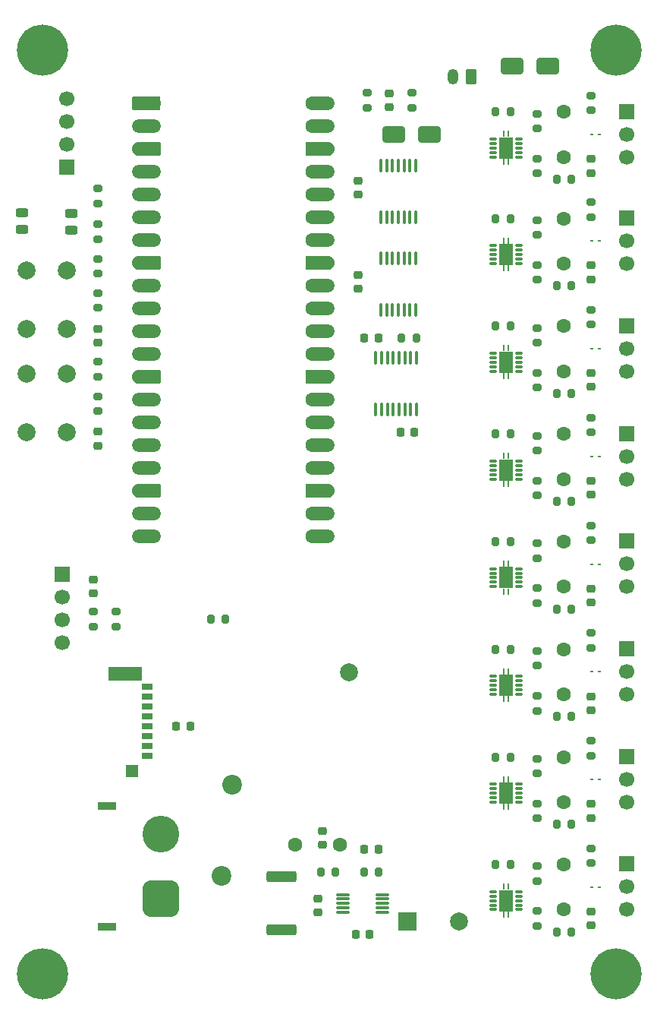
<source format=gbr>
%TF.GenerationSoftware,KiCad,Pcbnew,9.0.6*%
%TF.CreationDate,2025-11-30T21:04:56+01:00*%
%TF.ProjectId,controller,636f6e74-726f-46c6-9c65-722e6b696361,rev?*%
%TF.SameCoordinates,Original*%
%TF.FileFunction,Soldermask,Top*%
%TF.FilePolarity,Negative*%
%FSLAX46Y46*%
G04 Gerber Fmt 4.6, Leading zero omitted, Abs format (unit mm)*
G04 Created by KiCad (PCBNEW 9.0.6) date 2025-11-30 21:04:56*
%MOMM*%
%LPD*%
G01*
G04 APERTURE LIST*
G04 Aperture macros list*
%AMRoundRect*
0 Rectangle with rounded corners*
0 $1 Rounding radius*
0 $2 $3 $4 $5 $6 $7 $8 $9 X,Y pos of 4 corners*
0 Add a 4 corners polygon primitive as box body*
4,1,4,$2,$3,$4,$5,$6,$7,$8,$9,$2,$3,0*
0 Add four circle primitives for the rounded corners*
1,1,$1+$1,$2,$3*
1,1,$1+$1,$4,$5*
1,1,$1+$1,$6,$7*
1,1,$1+$1,$8,$9*
0 Add four rect primitives between the rounded corners*
20,1,$1+$1,$2,$3,$4,$5,0*
20,1,$1+$1,$4,$5,$6,$7,0*
20,1,$1+$1,$6,$7,$8,$9,0*
20,1,$1+$1,$8,$9,$2,$3,0*%
%AMFreePoly0*
4,1,37,0.800000,0.796148,0.878414,0.796148,1.032228,0.765552,1.177117,0.705537,1.307515,0.618408,1.418408,0.507515,1.505537,0.377117,1.565552,0.232228,1.596148,0.078414,1.596148,-0.078414,1.565552,-0.232228,1.505537,-0.377117,1.418408,-0.507515,1.307515,-0.618408,1.177117,-0.705537,1.032228,-0.765552,0.878414,-0.796148,0.800000,-0.796148,0.800000,-0.800000,-1.400000,-0.800000,
-1.403843,-0.796157,-1.439018,-0.796157,-1.511114,-0.766294,-1.566294,-0.711114,-1.596157,-0.639018,-1.596157,-0.603843,-1.600000,-0.600000,-1.600000,0.600000,-1.596157,0.603843,-1.596157,0.639018,-1.566294,0.711114,-1.511114,0.766294,-1.439018,0.796157,-1.403843,0.796157,-1.400000,0.800000,0.800000,0.800000,0.800000,0.796148,0.800000,0.796148,$1*%
%AMFreePoly1*
4,1,37,1.403843,0.796157,1.439018,0.796157,1.511114,0.766294,1.566294,0.711114,1.596157,0.639018,1.596157,0.603843,1.600000,0.600000,1.600000,-0.600000,1.596157,-0.603843,1.596157,-0.639018,1.566294,-0.711114,1.511114,-0.766294,1.439018,-0.796157,1.403843,-0.796157,1.400000,-0.800000,-0.800000,-0.800000,-0.800000,-0.796148,-0.878414,-0.796148,-1.032228,-0.765552,-1.177117,-0.705537,
-1.307515,-0.618408,-1.418408,-0.507515,-1.505537,-0.377117,-1.565552,-0.232228,-1.596148,-0.078414,-1.596148,0.078414,-1.565552,0.232228,-1.505537,0.377117,-1.418408,0.507515,-1.307515,0.618408,-1.177117,0.705537,-1.032228,0.765552,-0.878414,0.796148,-0.800000,0.796148,-0.800000,0.800000,1.400000,0.800000,1.403843,0.796157,1.403843,0.796157,$1*%
%AMFreePoly2*
4,1,37,0.603843,0.796157,0.639018,0.796157,0.711114,0.766294,0.766294,0.711114,0.796157,0.639018,0.796157,0.603843,0.800000,0.600000,0.800000,-0.600000,0.796157,-0.603843,0.796157,-0.639018,0.766294,-0.711114,0.711114,-0.766294,0.639018,-0.796157,0.603843,-0.796157,0.600000,-0.800000,0.000000,-0.800000,0.000000,-0.796148,-0.078414,-0.796148,-0.232228,-0.765552,-0.377117,-0.705537,
-0.507515,-0.618408,-0.618408,-0.507515,-0.705537,-0.377117,-0.765552,-0.232228,-0.796148,-0.078414,-0.796148,0.078414,-0.765552,0.232228,-0.705537,0.377117,-0.618408,0.507515,-0.507515,0.618408,-0.377117,0.705537,-0.232228,0.765552,-0.078414,0.796148,0.000000,0.796148,0.000000,0.800000,0.600000,0.800000,0.603843,0.796157,0.603843,0.796157,$1*%
%AMFreePoly3*
4,1,37,0.000000,0.796148,0.078414,0.796148,0.232228,0.765552,0.377117,0.705537,0.507515,0.618408,0.618408,0.507515,0.705537,0.377117,0.765552,0.232228,0.796148,0.078414,0.796148,-0.078414,0.765552,-0.232228,0.705537,-0.377117,0.618408,-0.507515,0.507515,-0.618408,0.377117,-0.705537,0.232228,-0.765552,0.078414,-0.796148,0.000000,-0.796148,0.000000,-0.800000,-0.600000,-0.800000,
-0.603843,-0.796157,-0.639018,-0.796157,-0.711114,-0.766294,-0.766294,-0.711114,-0.796157,-0.639018,-0.796157,-0.603843,-0.800000,-0.600000,-0.800000,0.600000,-0.796157,0.603843,-0.796157,0.639018,-0.766294,0.711114,-0.711114,0.766294,-0.639018,0.796157,-0.603843,0.796157,-0.600000,0.800000,0.000000,0.800000,0.000000,0.796148,0.000000,0.796148,$1*%
G04 Aperture macros list end*
%ADD10RoundRect,0.200000X-0.275000X0.200000X-0.275000X-0.200000X0.275000X-0.200000X0.275000X0.200000X0*%
%ADD11RoundRect,0.062500X-0.117500X-0.062500X0.117500X-0.062500X0.117500X0.062500X-0.117500X0.062500X0*%
%ADD12RoundRect,0.200000X-0.200000X-0.275000X0.200000X-0.275000X0.200000X0.275000X-0.200000X0.275000X0*%
%ADD13RoundRect,0.100000X0.100000X-0.637500X0.100000X0.637500X-0.100000X0.637500X-0.100000X-0.637500X0*%
%ADD14RoundRect,0.225000X-0.250000X0.225000X-0.250000X-0.225000X0.250000X-0.225000X0.250000X0.225000X0*%
%ADD15RoundRect,0.243750X0.456250X-0.243750X0.456250X0.243750X-0.456250X0.243750X-0.456250X-0.243750X0*%
%ADD16RoundRect,0.200000X0.275000X-0.200000X0.275000X0.200000X-0.275000X0.200000X-0.275000X-0.200000X0*%
%ADD17C,2.200000*%
%ADD18RoundRect,0.070000X-0.355000X-0.070000X0.355000X-0.070000X0.355000X0.070000X-0.355000X0.070000X0*%
%ADD19R,0.280000X0.700000*%
%ADD20R,1.650000X2.400000*%
%ADD21FreePoly0,0.000000*%
%ADD22RoundRect,0.200000X-0.600000X-0.600000X0.600000X-0.600000X0.600000X0.600000X-0.600000X0.600000X0*%
%ADD23RoundRect,0.800000X-0.800000X-0.000010X0.800000X-0.000010X0.800000X0.000010X-0.800000X0.000010X0*%
%ADD24C,1.600000*%
%ADD25FreePoly1,0.000000*%
%ADD26FreePoly2,0.000000*%
%ADD27FreePoly3,0.000000*%
%ADD28C,2.000000*%
%ADD29RoundRect,0.225000X0.225000X0.250000X-0.225000X0.250000X-0.225000X-0.250000X0.225000X-0.250000X0*%
%ADD30R,1.700000X1.700000*%
%ADD31C,1.700000*%
%ADD32RoundRect,0.225000X0.250000X-0.225000X0.250000X0.225000X-0.250000X0.225000X-0.250000X-0.225000X0*%
%ADD33RoundRect,0.250000X-1.000000X-0.650000X1.000000X-0.650000X1.000000X0.650000X-1.000000X0.650000X0*%
%ADD34R,1.200000X0.700000*%
%ADD35R,3.800000X1.500000*%
%ADD36R,1.400000X1.450000*%
%ADD37RoundRect,0.100000X-0.100000X0.637500X-0.100000X-0.637500X0.100000X-0.637500X0.100000X0.637500X0*%
%ADD38RoundRect,0.225000X-0.225000X-0.250000X0.225000X-0.250000X0.225000X0.250000X-0.225000X0.250000X0*%
%ADD39R,2.000000X2.000000*%
%ADD40C,3.600000*%
%ADD41C,5.700000*%
%ADD42RoundRect,0.200000X0.200000X0.275000X-0.200000X0.275000X-0.200000X-0.275000X0.200000X-0.275000X0*%
%ADD43R,2.000000X0.900000*%
%ADD44RoundRect,1.025000X1.025000X-1.025000X1.025000X1.025000X-1.025000X1.025000X-1.025000X-1.025000X0*%
%ADD45C,4.100000*%
%ADD46RoundRect,0.250000X1.425000X-0.362500X1.425000X0.362500X-1.425000X0.362500X-1.425000X-0.362500X0*%
%ADD47RoundRect,0.250000X0.350000X0.625000X-0.350000X0.625000X-0.350000X-0.625000X0.350000X-0.625000X0*%
%ADD48O,1.200000X1.750000*%
%ADD49RoundRect,0.250000X1.000000X0.650000X-1.000000X0.650000X-1.000000X-0.650000X1.000000X-0.650000X0*%
%ADD50RoundRect,0.075000X0.650000X0.075000X-0.650000X0.075000X-0.650000X-0.075000X0.650000X-0.075000X0*%
G04 APERTURE END LIST*
D10*
%TO.C,R32*%
X45000000Y-55675000D03*
X45000000Y-57325000D03*
%TD*%
D11*
%TO.C,D2*%
X100920000Y-65700000D03*
X100080000Y-65700000D03*
%TD*%
D10*
%TO.C,R29*%
X45000000Y-67175000D03*
X45000000Y-68825000D03*
%TD*%
D12*
%TO.C,R6*%
X89350000Y-63200000D03*
X91000000Y-63200000D03*
%TD*%
D13*
%TO.C,U1*%
X76550000Y-51019870D03*
X77200000Y-51019870D03*
X77850000Y-51019870D03*
X78500000Y-51019870D03*
X79150000Y-51019870D03*
X79800000Y-51019870D03*
X80450000Y-51019870D03*
X80450000Y-45294870D03*
X79800000Y-45294870D03*
X79150000Y-45294870D03*
X78500000Y-45294870D03*
X77850000Y-45294870D03*
X77200000Y-45294870D03*
X76550000Y-45294870D03*
%TD*%
D12*
%TO.C,R44*%
X96175000Y-130720000D03*
X97825000Y-130720000D03*
%TD*%
D11*
%TO.C,D3*%
X100920000Y-77720000D03*
X100080000Y-77720000D03*
%TD*%
D14*
%TO.C,C19*%
X74000000Y-57450000D03*
X74000000Y-59000000D03*
%TD*%
D12*
%TO.C,R39*%
X96175000Y-118720000D03*
X97825000Y-118720000D03*
%TD*%
D14*
%TO.C,C31*%
X100000000Y-44550000D03*
X100000000Y-46100000D03*
%TD*%
D15*
%TO.C,D10*%
X36500000Y-52437500D03*
X36500000Y-50562500D03*
%TD*%
D12*
%TO.C,R19*%
X96175000Y-94720000D03*
X97825000Y-94720000D03*
%TD*%
D16*
%TO.C,R37*%
X94000000Y-113045000D03*
X94000000Y-111395000D03*
%TD*%
D14*
%TO.C,C7*%
X100000000Y-92445000D03*
X100000000Y-93995000D03*
%TD*%
D10*
%TO.C,R10*%
X100000000Y-61375000D03*
X100000000Y-63025000D03*
%TD*%
D17*
%TO.C,F1*%
X60000000Y-114300000D03*
X58800000Y-124500000D03*
%TD*%
D16*
%TO.C,R26*%
X45000000Y-53500000D03*
X45000000Y-51850000D03*
%TD*%
D11*
%TO.C,D4*%
X100920000Y-89720000D03*
X100080000Y-89720000D03*
%TD*%
D10*
%TO.C,R3*%
X94000000Y-56375000D03*
X94000000Y-58025000D03*
%TD*%
D18*
%TO.C,U8*%
X89050000Y-114220000D03*
X89050000Y-114720000D03*
X89050000Y-115220000D03*
X89050000Y-115720000D03*
X89050000Y-116220000D03*
X92000000Y-116220000D03*
X92000000Y-115720000D03*
X92000000Y-115220000D03*
X92000000Y-114720000D03*
X92000000Y-114220000D03*
D19*
X90275000Y-113670000D03*
X90275000Y-116770000D03*
D20*
X90525000Y-115220000D03*
D19*
X90775000Y-113670000D03*
X90775000Y-116770000D03*
%TD*%
D12*
%TO.C,R54*%
X89350000Y-39325000D03*
X91000000Y-39325000D03*
%TD*%
%TO.C,R11*%
X89350000Y-75220000D03*
X91000000Y-75220000D03*
%TD*%
D21*
%TO.C,A1*%
X50385000Y-38340000D03*
D22*
X51185000Y-38340000D03*
D23*
X50385000Y-40880000D03*
D24*
X51185000Y-40880000D03*
D25*
X50385000Y-43420000D03*
D26*
X51185000Y-43420000D03*
D23*
X50385000Y-45960000D03*
D24*
X51185000Y-45960000D03*
D23*
X50385000Y-48500000D03*
D24*
X51185000Y-48500000D03*
D23*
X50385000Y-51040000D03*
D24*
X51185000Y-51040000D03*
D23*
X50385000Y-53580000D03*
D24*
X51185000Y-53580000D03*
D25*
X50385000Y-56120000D03*
D26*
X51185000Y-56120000D03*
D23*
X50385000Y-58660000D03*
D24*
X51185000Y-58660000D03*
D23*
X50385000Y-61200000D03*
D24*
X51185000Y-61200000D03*
D23*
X50385000Y-63740000D03*
D24*
X51185000Y-63740000D03*
D23*
X50385000Y-66280000D03*
D24*
X51185000Y-66280000D03*
D25*
X50385000Y-68820000D03*
D26*
X51185000Y-68820000D03*
D23*
X50385000Y-71360000D03*
D24*
X51185000Y-71360000D03*
D23*
X50385000Y-73900000D03*
D24*
X51185000Y-73900000D03*
D23*
X50385000Y-76440000D03*
D24*
X51185000Y-76440000D03*
D23*
X50385000Y-78980000D03*
D24*
X51185000Y-78980000D03*
D25*
X50385000Y-81520000D03*
D26*
X51185000Y-81520000D03*
D23*
X50385000Y-84060000D03*
D24*
X51185000Y-84060000D03*
D23*
X50385000Y-86600000D03*
D24*
X51185000Y-86600000D03*
X68965000Y-86600000D03*
D23*
X69765000Y-86600000D03*
D24*
X68965000Y-84060000D03*
D23*
X69765000Y-84060000D03*
D27*
X68965000Y-81520000D03*
D21*
X69765000Y-81520000D03*
D24*
X68965000Y-78980000D03*
D23*
X69765000Y-78980000D03*
D24*
X68965000Y-76440000D03*
D23*
X69765000Y-76440000D03*
D24*
X68965000Y-73900000D03*
D23*
X69765000Y-73900000D03*
D24*
X68965000Y-71360000D03*
D23*
X69765000Y-71360000D03*
D27*
X68965000Y-68820000D03*
D21*
X69765000Y-68820000D03*
D24*
X68965000Y-66280000D03*
D23*
X69765000Y-66280000D03*
D24*
X68965000Y-63740000D03*
D23*
X69765000Y-63740000D03*
D24*
X68965000Y-61200000D03*
D23*
X69765000Y-61200000D03*
D24*
X68965000Y-58660000D03*
D23*
X69765000Y-58660000D03*
D27*
X68965000Y-56120000D03*
D21*
X69765000Y-56120000D03*
D24*
X68965000Y-53580000D03*
D23*
X69765000Y-53580000D03*
D24*
X68965000Y-51040000D03*
D23*
X69765000Y-51040000D03*
D24*
X68965000Y-48500000D03*
D23*
X69765000Y-48500000D03*
D24*
X68965000Y-45960000D03*
D23*
X69765000Y-45960000D03*
D27*
X68965000Y-43420000D03*
D21*
X69765000Y-43420000D03*
D24*
X68965000Y-40880000D03*
D23*
X69765000Y-40880000D03*
D24*
X68965000Y-38340000D03*
D23*
X69765000Y-38340000D03*
%TD*%
D28*
%TO.C,SW1*%
X37000000Y-75000000D03*
X37000000Y-68500000D03*
X41500000Y-75000000D03*
X41500000Y-68500000D03*
%TD*%
D16*
%TO.C,R30*%
X45000000Y-72650000D03*
X45000000Y-71000000D03*
%TD*%
D29*
%TO.C,C27*%
X76275000Y-64500000D03*
X74725000Y-64500000D03*
%TD*%
D18*
%TO.C,U5*%
X89050000Y-78220000D03*
X89050000Y-78720000D03*
X89050000Y-79220000D03*
X89050000Y-79720000D03*
X89050000Y-80220000D03*
X92000000Y-80220000D03*
X92000000Y-79720000D03*
X92000000Y-79220000D03*
X92000000Y-78720000D03*
X92000000Y-78220000D03*
D19*
X90275000Y-77670000D03*
X90275000Y-80770000D03*
D20*
X90525000Y-79220000D03*
D19*
X90775000Y-77670000D03*
X90775000Y-80770000D03*
%TD*%
D14*
%TO.C,C13*%
X100000000Y-128445000D03*
X100000000Y-129995000D03*
%TD*%
D30*
%TO.C,J3*%
X104000000Y-63120000D03*
D31*
X104000000Y-65660000D03*
X104000000Y-68200000D03*
%TD*%
D10*
%TO.C,R35*%
X100000000Y-97395000D03*
X100000000Y-99045000D03*
%TD*%
D16*
%TO.C,R12*%
X94000000Y-77045000D03*
X94000000Y-75395000D03*
%TD*%
D10*
%TO.C,R38*%
X94000000Y-116395000D03*
X94000000Y-118045000D03*
%TD*%
D18*
%TO.C,U13*%
X89050000Y-42325000D03*
X89050000Y-42825000D03*
X89050000Y-43325000D03*
X89050000Y-43825000D03*
X89050000Y-44325000D03*
X92000000Y-44325000D03*
X92000000Y-43825000D03*
X92000000Y-43325000D03*
X92000000Y-42825000D03*
X92000000Y-42325000D03*
D19*
X90275000Y-41775000D03*
X90275000Y-44875000D03*
D20*
X90525000Y-43325000D03*
D19*
X90775000Y-41775000D03*
X90775000Y-44875000D03*
%TD*%
D10*
%TO.C,R18*%
X94000000Y-92395000D03*
X94000000Y-94045000D03*
%TD*%
D32*
%TO.C,C26*%
X69500000Y-128537500D03*
X69500000Y-126987500D03*
%TD*%
D10*
%TO.C,R28*%
X47000000Y-95000000D03*
X47000000Y-96650000D03*
%TD*%
D33*
%TO.C,D8*%
X78000000Y-41800000D03*
X82000000Y-41800000D03*
%TD*%
D10*
%TO.C,R25*%
X45000000Y-47850000D03*
X45000000Y-49500000D03*
%TD*%
D14*
%TO.C,C5*%
X100000000Y-80445000D03*
X100000000Y-81995000D03*
%TD*%
D30*
%TO.C,J13*%
X104000000Y-39245000D03*
D31*
X104000000Y-41785000D03*
X104000000Y-44325000D03*
%TD*%
D12*
%TO.C,R41*%
X89350000Y-123220000D03*
X91000000Y-123220000D03*
%TD*%
D10*
%TO.C,R40*%
X100000000Y-109395000D03*
X100000000Y-111045000D03*
%TD*%
D16*
%TO.C,R42*%
X94000000Y-125045000D03*
X94000000Y-123395000D03*
%TD*%
D34*
%TO.C,J11*%
X50500000Y-111090000D03*
X50500000Y-109990000D03*
X50500000Y-108900000D03*
X50500000Y-107800000D03*
X50500000Y-106690000D03*
X50500000Y-105590000D03*
X50500000Y-104500000D03*
X50500000Y-103390000D03*
D35*
X48000000Y-101900000D03*
D36*
X48750000Y-112740000D03*
%TD*%
D37*
%TO.C,U12*%
X80550000Y-66725000D03*
X79900000Y-66725000D03*
X79250000Y-66725000D03*
X78600000Y-66725000D03*
X77950000Y-66725000D03*
X77300000Y-66725000D03*
X76650000Y-66725000D03*
X76000000Y-66725000D03*
X76000000Y-72450000D03*
X76650000Y-72450000D03*
X77300000Y-72450000D03*
X77950000Y-72450000D03*
X78600000Y-72450000D03*
X79250000Y-72450000D03*
X79900000Y-72450000D03*
X80550000Y-72450000D03*
%TD*%
D14*
%TO.C,C9*%
X100000000Y-104445000D03*
X100000000Y-105995000D03*
%TD*%
D12*
%TO.C,R21*%
X89350000Y-99220000D03*
X91000000Y-99220000D03*
%TD*%
D10*
%TO.C,R43*%
X94000000Y-128395000D03*
X94000000Y-130045000D03*
%TD*%
%TO.C,R23*%
X94000000Y-104395000D03*
X94000000Y-106045000D03*
%TD*%
%TO.C,R53*%
X100000000Y-37500000D03*
X100000000Y-39150000D03*
%TD*%
D16*
%TO.C,R17*%
X94000000Y-89045000D03*
X94000000Y-87395000D03*
%TD*%
D14*
%TO.C,C24*%
X70000000Y-119450000D03*
X70000000Y-121000000D03*
%TD*%
D16*
%TO.C,R52*%
X75000000Y-38825000D03*
X75000000Y-37175000D03*
%TD*%
D13*
%TO.C,U2*%
X76550000Y-61382370D03*
X77200000Y-61382370D03*
X77850000Y-61382370D03*
X78500000Y-61382370D03*
X79150000Y-61382370D03*
X79800000Y-61382370D03*
X80450000Y-61382370D03*
X80450000Y-55657370D03*
X79800000Y-55657370D03*
X79150000Y-55657370D03*
X78500000Y-55657370D03*
X77850000Y-55657370D03*
X77200000Y-55657370D03*
X76550000Y-55657370D03*
%TD*%
D12*
%TO.C,R9*%
X96175000Y-70700000D03*
X97825000Y-70700000D03*
%TD*%
D38*
%TO.C,C22*%
X74725000Y-121500000D03*
X76275000Y-121500000D03*
%TD*%
D30*
%TO.C,J7*%
X104000000Y-111140000D03*
D31*
X104000000Y-113680000D03*
X104000000Y-116220000D03*
%TD*%
D18*
%TO.C,U4*%
X89050000Y-66200000D03*
X89050000Y-66700000D03*
X89050000Y-67200000D03*
X89050000Y-67700000D03*
X89050000Y-68200000D03*
X92000000Y-68200000D03*
X92000000Y-67700000D03*
X92000000Y-67200000D03*
X92000000Y-66700000D03*
X92000000Y-66200000D03*
D19*
X90275000Y-65650000D03*
X90275000Y-68750000D03*
D20*
X90525000Y-67200000D03*
D19*
X90775000Y-65650000D03*
X90775000Y-68750000D03*
%TD*%
D14*
%TO.C,C28*%
X77500000Y-37225000D03*
X77500000Y-38775000D03*
%TD*%
D12*
%TO.C,R16*%
X89350000Y-87220000D03*
X91000000Y-87220000D03*
%TD*%
D18*
%TO.C,U9*%
X89050000Y-126220000D03*
X89050000Y-126720000D03*
X89050000Y-127220000D03*
X89050000Y-127720000D03*
X89050000Y-128220000D03*
X92000000Y-128220000D03*
X92000000Y-127720000D03*
X92000000Y-127220000D03*
X92000000Y-126720000D03*
X92000000Y-126220000D03*
D19*
X90275000Y-125670000D03*
X90275000Y-128770000D03*
D20*
X90525000Y-127220000D03*
D19*
X90775000Y-125670000D03*
X90775000Y-128770000D03*
%TD*%
D11*
%TO.C,D5*%
X100920000Y-101720000D03*
X100080000Y-101720000D03*
%TD*%
D16*
%TO.C,R2*%
X94000000Y-53025000D03*
X94000000Y-51375000D03*
%TD*%
D11*
%TO.C,D7*%
X100920000Y-125720000D03*
X100080000Y-125720000D03*
%TD*%
%TO.C,D1*%
X100920000Y-53700000D03*
X100080000Y-53700000D03*
%TD*%
D39*
%TO.C,TP1*%
X79500000Y-129500000D03*
%TD*%
D18*
%TO.C,U3*%
X89050000Y-54200000D03*
X89050000Y-54700000D03*
X89050000Y-55200000D03*
X89050000Y-55700000D03*
X89050000Y-56200000D03*
X92000000Y-56200000D03*
X92000000Y-55700000D03*
X92000000Y-55200000D03*
X92000000Y-54700000D03*
X92000000Y-54200000D03*
D19*
X90275000Y-53650000D03*
X90275000Y-56750000D03*
D20*
X90525000Y-55200000D03*
D19*
X90775000Y-53650000D03*
X90775000Y-56750000D03*
%TD*%
D15*
%TO.C,D9*%
X42000000Y-52500000D03*
X42000000Y-50625000D03*
%TD*%
D40*
%TO.C,H1*%
X102800000Y-135400000D03*
D41*
X102800000Y-135400000D03*
%TD*%
D28*
%TO.C,TP3*%
X85250000Y-129500000D03*
%TD*%
D42*
%TO.C,TH1*%
X71500000Y-124000000D03*
X69850000Y-124000000D03*
%TD*%
D10*
%TO.C,R5*%
X100000000Y-49375000D03*
X100000000Y-51025000D03*
%TD*%
D30*
%TO.C,J12*%
X41500000Y-45500000D03*
D31*
X41500000Y-42960000D03*
X41500000Y-40420000D03*
X41500000Y-37880000D03*
%TD*%
D43*
%TO.C,J1*%
X46000000Y-130150000D03*
X46000000Y-116650000D03*
D44*
X52000000Y-127000000D03*
D45*
X52000000Y-119800000D03*
%TD*%
D16*
%TO.C,R7*%
X94000000Y-65025000D03*
X94000000Y-63375000D03*
%TD*%
D30*
%TO.C,J10*%
X41000000Y-90880000D03*
D31*
X41000000Y-93420000D03*
X41000000Y-95960000D03*
X41000000Y-98500000D03*
%TD*%
D40*
%TO.C,H4*%
X102800000Y-32400000D03*
D41*
X102800000Y-32400000D03*
%TD*%
D46*
%TO.C,R34*%
X65500000Y-130500000D03*
X65500000Y-124575000D03*
%TD*%
D16*
%TO.C,R55*%
X94000000Y-41150000D03*
X94000000Y-39500000D03*
%TD*%
D42*
%TO.C,R51*%
X80500000Y-64500000D03*
X78850000Y-64500000D03*
%TD*%
D40*
%TO.C,H3*%
X38800000Y-32400000D03*
D41*
X38800000Y-32400000D03*
%TD*%
D30*
%TO.C,J8*%
X104000000Y-123140000D03*
D31*
X104000000Y-125680000D03*
X104000000Y-128220000D03*
%TD*%
D10*
%TO.C,R56*%
X94000000Y-44500000D03*
X94000000Y-46150000D03*
%TD*%
D30*
%TO.C,J5*%
X104000000Y-87140000D03*
D31*
X104000000Y-89680000D03*
X104000000Y-92220000D03*
%TD*%
D10*
%TO.C,R45*%
X100000000Y-121395000D03*
X100000000Y-123045000D03*
%TD*%
D42*
%TO.C,R33*%
X76325000Y-124000000D03*
X74675000Y-124000000D03*
%TD*%
D28*
%TO.C,SW2*%
X37000000Y-63500000D03*
X37000000Y-57000000D03*
X41500000Y-63500000D03*
X41500000Y-57000000D03*
%TD*%
D12*
%TO.C,R24*%
X96175000Y-106720000D03*
X97825000Y-106720000D03*
%TD*%
D18*
%TO.C,U6*%
X89050000Y-90220000D03*
X89050000Y-90720000D03*
X89050000Y-91220000D03*
X89050000Y-91720000D03*
X89050000Y-92220000D03*
X92000000Y-92220000D03*
X92000000Y-91720000D03*
X92000000Y-91220000D03*
X92000000Y-90720000D03*
X92000000Y-90220000D03*
D19*
X90275000Y-89670000D03*
X90275000Y-92770000D03*
D20*
X90525000Y-91220000D03*
D19*
X90775000Y-89670000D03*
X90775000Y-92770000D03*
%TD*%
D29*
%TO.C,C29*%
X80275000Y-75000000D03*
X78725000Y-75000000D03*
%TD*%
D10*
%TO.C,R27*%
X44500000Y-95000000D03*
X44500000Y-96650000D03*
%TD*%
%TO.C,TH2*%
X80000000Y-37175000D03*
X80000000Y-38825000D03*
%TD*%
D12*
%TO.C,R36*%
X89350000Y-111220000D03*
X91000000Y-111220000D03*
%TD*%
D32*
%TO.C,C21*%
X44500000Y-93000000D03*
X44500000Y-91450000D03*
%TD*%
D47*
%TO.C,J9*%
X86600000Y-35400000D03*
D48*
X84600000Y-35400000D03*
%TD*%
D16*
%TO.C,R31*%
X45000000Y-61150000D03*
X45000000Y-59500000D03*
%TD*%
D30*
%TO.C,J4*%
X104000000Y-75140000D03*
D31*
X104000000Y-77680000D03*
X104000000Y-80220000D03*
%TD*%
D14*
%TO.C,C1*%
X100000000Y-56425000D03*
X100000000Y-57975000D03*
%TD*%
D12*
%TO.C,R1*%
X89350000Y-51200000D03*
X91000000Y-51200000D03*
%TD*%
D14*
%TO.C,C3*%
X100000000Y-68425000D03*
X100000000Y-69975000D03*
%TD*%
D12*
%TO.C,R46*%
X57575000Y-95800000D03*
X59225000Y-95800000D03*
%TD*%
D38*
%TO.C,C30*%
X73725000Y-131000000D03*
X75275000Y-131000000D03*
%TD*%
D12*
%TO.C,R14*%
X96175000Y-82720000D03*
X97825000Y-82720000D03*
%TD*%
D38*
%TO.C,C23*%
X53725000Y-107750000D03*
X55275000Y-107750000D03*
%TD*%
D14*
%TO.C,C11*%
X100000000Y-116445000D03*
X100000000Y-117995000D03*
%TD*%
%TO.C,C18*%
X45000000Y-63500000D03*
X45000000Y-65050000D03*
%TD*%
D10*
%TO.C,R20*%
X100000000Y-85395000D03*
X100000000Y-87045000D03*
%TD*%
D30*
%TO.C,J2*%
X104000000Y-51120000D03*
D31*
X104000000Y-53660000D03*
X104000000Y-56200000D03*
%TD*%
D14*
%TO.C,C17*%
X45000000Y-74950000D03*
X45000000Y-76500000D03*
%TD*%
D12*
%TO.C,R57*%
X96175000Y-46825000D03*
X97825000Y-46825000D03*
%TD*%
D49*
%TO.C,D12*%
X95200000Y-34200000D03*
X91200000Y-34200000D03*
%TD*%
D28*
%TO.C,TP2*%
X73000000Y-101750000D03*
%TD*%
D10*
%TO.C,R8*%
X94000000Y-68375000D03*
X94000000Y-70025000D03*
%TD*%
D18*
%TO.C,U7*%
X89050000Y-102220000D03*
X89050000Y-102720000D03*
X89050000Y-103220000D03*
X89050000Y-103720000D03*
X89050000Y-104220000D03*
X92000000Y-104220000D03*
X92000000Y-103720000D03*
X92000000Y-103220000D03*
X92000000Y-102720000D03*
X92000000Y-102220000D03*
D19*
X90275000Y-101670000D03*
X90275000Y-104770000D03*
D20*
X90525000Y-103220000D03*
D19*
X90775000Y-101670000D03*
X90775000Y-104770000D03*
%TD*%
D10*
%TO.C,R13*%
X94000000Y-80395000D03*
X94000000Y-82045000D03*
%TD*%
D40*
%TO.C,H2*%
X38800000Y-135400000D03*
D41*
X38800000Y-135400000D03*
%TD*%
D16*
%TO.C,R22*%
X94000000Y-101045000D03*
X94000000Y-99395000D03*
%TD*%
D30*
%TO.C,J6*%
X104000000Y-99140000D03*
D31*
X104000000Y-101680000D03*
X104000000Y-104220000D03*
%TD*%
D14*
%TO.C,C20*%
X74000000Y-46950000D03*
X74000000Y-48500000D03*
%TD*%
D50*
%TO.C,U11*%
X76700000Y-128537500D03*
X76700000Y-128037500D03*
X76700000Y-127537500D03*
X76700000Y-127037500D03*
X76700000Y-126537500D03*
X72300000Y-126537500D03*
X72300000Y-127037500D03*
X72300000Y-127537500D03*
X72300000Y-128037500D03*
X72300000Y-128537500D03*
%TD*%
D11*
%TO.C,D11*%
X100920000Y-41825000D03*
X100080000Y-41825000D03*
%TD*%
%TO.C,D6*%
X100920000Y-113720000D03*
X100080000Y-113720000D03*
%TD*%
D10*
%TO.C,R15*%
X100000000Y-73395000D03*
X100000000Y-75045000D03*
%TD*%
D12*
%TO.C,R4*%
X96175000Y-58700000D03*
X97825000Y-58700000D03*
%TD*%
D24*
%TO.C,C6*%
X97000000Y-80220000D03*
X97000000Y-75220000D03*
%TD*%
%TO.C,C14*%
X97000000Y-128220000D03*
X97000000Y-123220000D03*
%TD*%
%TO.C,C10*%
X97000000Y-104220000D03*
X97000000Y-99220000D03*
%TD*%
%TO.C,C2*%
X97000000Y-56200000D03*
X97000000Y-51200000D03*
%TD*%
%TO.C,C32*%
X97000000Y-44325000D03*
X97000000Y-39325000D03*
%TD*%
%TO.C,C4*%
X97000000Y-68200000D03*
X97000000Y-63200000D03*
%TD*%
%TO.C,C25*%
X67000000Y-121000000D03*
X72000000Y-121000000D03*
%TD*%
%TO.C,C8*%
X97000000Y-92220000D03*
X97000000Y-87220000D03*
%TD*%
%TO.C,C12*%
X97000000Y-116220000D03*
X97000000Y-111220000D03*
%TD*%
M02*

</source>
